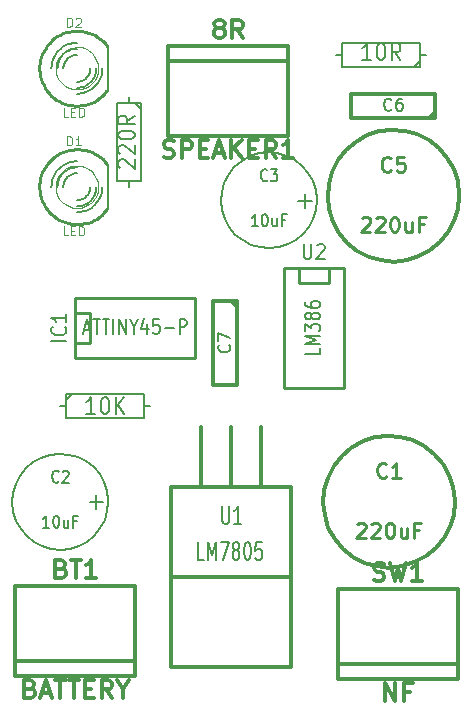
<source format=gto>
G04 (created by PCBNEW-RS274X (2012-apr-16-27)-stable) date Wed 27 Jan 2016 07:56:39 AM BRST*
G01*
G70*
G90*
%MOIN*%
G04 Gerber Fmt 3.4, Leading zero omitted, Abs format*
%FSLAX34Y34*%
G04 APERTURE LIST*
%ADD10C,0.006000*%
%ADD11C,0.008000*%
%ADD12C,0.012000*%
%ADD13C,0.003000*%
%ADD14C,0.010000*%
%ADD15C,0.003500*%
G04 APERTURE END LIST*
G54D10*
G54D11*
X64150Y-31400D02*
X63950Y-31400D01*
X61150Y-31400D02*
X61350Y-31400D01*
X61350Y-31400D02*
X61350Y-31800D01*
X61350Y-31800D02*
X63950Y-31800D01*
X63950Y-31800D02*
X63950Y-31000D01*
X63950Y-31000D02*
X61350Y-31000D01*
X61350Y-31000D02*
X61350Y-31400D01*
X63950Y-31600D02*
X63750Y-31800D01*
G54D12*
X58650Y-43800D02*
X58650Y-45800D01*
X57650Y-43800D02*
X57650Y-45800D01*
X56650Y-43800D02*
X56650Y-45800D01*
X59150Y-45800D02*
X55650Y-45800D01*
X55650Y-45800D02*
X55650Y-51800D01*
X55650Y-51800D02*
X59650Y-51800D01*
X59150Y-45800D02*
X59650Y-45800D01*
X56150Y-48800D02*
X59650Y-48800D01*
X56150Y-48800D02*
X55650Y-48800D01*
X59650Y-45800D02*
X59650Y-51800D01*
G54D11*
X53520Y-36550D02*
X53520Y-35050D01*
G54D13*
X53207Y-35800D02*
X53193Y-35937D01*
X53153Y-36069D01*
X53088Y-36191D01*
X53001Y-36298D01*
X52895Y-36386D01*
X52773Y-36451D01*
X52642Y-36492D01*
X52504Y-36506D01*
X52368Y-36494D01*
X52236Y-36455D01*
X52113Y-36391D01*
X52006Y-36305D01*
X51917Y-36199D01*
X51851Y-36078D01*
X51809Y-35946D01*
X51794Y-35809D01*
X51805Y-35673D01*
X51843Y-35540D01*
X51906Y-35418D01*
X51992Y-35309D01*
X52097Y-35220D01*
X52217Y-35153D01*
X52349Y-35110D01*
X52486Y-35094D01*
X52622Y-35104D01*
X52755Y-35141D01*
X52878Y-35204D01*
X52987Y-35289D01*
X53077Y-35393D01*
X53145Y-35513D01*
X53189Y-35644D01*
X53206Y-35781D01*
X53207Y-35800D01*
G54D14*
X53499Y-35050D02*
X53430Y-34966D01*
X53354Y-34888D01*
X53271Y-34817D01*
X53182Y-34753D01*
X53088Y-34698D01*
X52990Y-34651D01*
X52888Y-34612D01*
X52783Y-34583D01*
X52676Y-34563D01*
X52567Y-34552D01*
X52459Y-34551D01*
X52350Y-34560D01*
X52243Y-34577D01*
X52137Y-34604D01*
X52034Y-34641D01*
X51935Y-34686D01*
X51840Y-34739D01*
X51750Y-34801D01*
X51666Y-34870D01*
X51588Y-34946D01*
X51517Y-35029D01*
X51453Y-35118D01*
X51398Y-35212D01*
X51351Y-35310D01*
X51312Y-35412D01*
X51283Y-35517D01*
X51263Y-35624D01*
X51252Y-35733D01*
X51251Y-35841D01*
X51260Y-35950D01*
X51277Y-36057D01*
X51304Y-36163D01*
X51341Y-36266D01*
X51386Y-36365D01*
X51439Y-36460D01*
X51501Y-36550D01*
X51570Y-36634D01*
X51646Y-36712D01*
X51729Y-36783D01*
X51818Y-36847D01*
X51912Y-36902D01*
X52010Y-36949D01*
X52112Y-36988D01*
X52217Y-37017D01*
X52324Y-37037D01*
X52433Y-37048D01*
X52541Y-37049D01*
X52650Y-37040D01*
X52757Y-37023D01*
X52863Y-36996D01*
X52966Y-36959D01*
X53065Y-36914D01*
X53160Y-36861D01*
X53250Y-36799D01*
X53334Y-36730D01*
X53412Y-36654D01*
X53483Y-36571D01*
X53499Y-36550D01*
G54D10*
X52500Y-35350D02*
X52461Y-35352D01*
X52422Y-35357D01*
X52384Y-35366D01*
X52347Y-35378D01*
X52310Y-35393D01*
X52276Y-35411D01*
X52242Y-35432D01*
X52211Y-35456D01*
X52182Y-35482D01*
X52156Y-35511D01*
X52132Y-35542D01*
X52111Y-35576D01*
X52093Y-35610D01*
X52078Y-35647D01*
X52066Y-35684D01*
X52057Y-35722D01*
X52052Y-35761D01*
X52050Y-35800D01*
X52500Y-36250D02*
X52539Y-36248D01*
X52578Y-36243D01*
X52616Y-36234D01*
X52653Y-36222D01*
X52690Y-36207D01*
X52725Y-36189D01*
X52758Y-36168D01*
X52789Y-36144D01*
X52818Y-36118D01*
X52844Y-36089D01*
X52868Y-36058D01*
X52889Y-36024D01*
X52907Y-35990D01*
X52922Y-35953D01*
X52934Y-35916D01*
X52943Y-35878D01*
X52948Y-35839D01*
X52950Y-35800D01*
X52500Y-35150D02*
X52444Y-35153D01*
X52388Y-35160D01*
X52332Y-35173D01*
X52278Y-35190D01*
X52226Y-35211D01*
X52176Y-35238D01*
X52128Y-35268D01*
X52083Y-35303D01*
X52041Y-35341D01*
X52003Y-35383D01*
X51968Y-35428D01*
X51938Y-35476D01*
X51911Y-35526D01*
X51890Y-35578D01*
X51873Y-35632D01*
X51860Y-35688D01*
X51853Y-35744D01*
X51850Y-35800D01*
X52500Y-36450D02*
X52556Y-36447D01*
X52612Y-36440D01*
X52668Y-36427D01*
X52722Y-36410D01*
X52774Y-36389D01*
X52825Y-36362D01*
X52872Y-36332D01*
X52917Y-36297D01*
X52959Y-36259D01*
X52997Y-36217D01*
X53032Y-36172D01*
X53062Y-36124D01*
X53089Y-36074D01*
X53110Y-36022D01*
X53127Y-35968D01*
X53140Y-35912D01*
X53147Y-35856D01*
X53150Y-35800D01*
X52500Y-34950D02*
X52426Y-34954D01*
X52353Y-34963D01*
X52281Y-34979D01*
X52210Y-35002D01*
X52141Y-35030D01*
X52076Y-35064D01*
X52013Y-35104D01*
X51954Y-35149D01*
X51899Y-35199D01*
X51849Y-35254D01*
X51804Y-35313D01*
X51764Y-35376D01*
X51730Y-35441D01*
X51702Y-35510D01*
X51679Y-35581D01*
X51663Y-35653D01*
X51654Y-35726D01*
X51650Y-35800D01*
X52500Y-36650D02*
X52574Y-36646D01*
X52647Y-36637D01*
X52719Y-36621D01*
X52790Y-36598D01*
X52859Y-36570D01*
X52925Y-36536D01*
X52987Y-36496D01*
X53046Y-36451D01*
X53101Y-36401D01*
X53151Y-36346D01*
X53196Y-36287D01*
X53236Y-36224D01*
X53270Y-36159D01*
X53298Y-36090D01*
X53321Y-36019D01*
X53337Y-35947D01*
X53346Y-35874D01*
X53350Y-35800D01*
G54D11*
X53520Y-32600D02*
X53520Y-31100D01*
G54D13*
X53207Y-31850D02*
X53193Y-31987D01*
X53153Y-32119D01*
X53088Y-32241D01*
X53001Y-32348D01*
X52895Y-32436D01*
X52773Y-32501D01*
X52642Y-32542D01*
X52504Y-32556D01*
X52368Y-32544D01*
X52236Y-32505D01*
X52113Y-32441D01*
X52006Y-32355D01*
X51917Y-32249D01*
X51851Y-32128D01*
X51809Y-31996D01*
X51794Y-31859D01*
X51805Y-31723D01*
X51843Y-31590D01*
X51906Y-31468D01*
X51992Y-31359D01*
X52097Y-31270D01*
X52217Y-31203D01*
X52349Y-31160D01*
X52486Y-31144D01*
X52622Y-31154D01*
X52755Y-31191D01*
X52878Y-31254D01*
X52987Y-31339D01*
X53077Y-31443D01*
X53145Y-31563D01*
X53189Y-31694D01*
X53206Y-31831D01*
X53207Y-31850D01*
G54D14*
X53499Y-31100D02*
X53430Y-31016D01*
X53354Y-30938D01*
X53271Y-30867D01*
X53182Y-30803D01*
X53088Y-30748D01*
X52990Y-30701D01*
X52888Y-30662D01*
X52783Y-30633D01*
X52676Y-30613D01*
X52567Y-30602D01*
X52459Y-30601D01*
X52350Y-30610D01*
X52243Y-30627D01*
X52137Y-30654D01*
X52034Y-30691D01*
X51935Y-30736D01*
X51840Y-30789D01*
X51750Y-30851D01*
X51666Y-30920D01*
X51588Y-30996D01*
X51517Y-31079D01*
X51453Y-31168D01*
X51398Y-31262D01*
X51351Y-31360D01*
X51312Y-31462D01*
X51283Y-31567D01*
X51263Y-31674D01*
X51252Y-31783D01*
X51251Y-31891D01*
X51260Y-32000D01*
X51277Y-32107D01*
X51304Y-32213D01*
X51341Y-32316D01*
X51386Y-32415D01*
X51439Y-32510D01*
X51501Y-32600D01*
X51570Y-32684D01*
X51646Y-32762D01*
X51729Y-32833D01*
X51818Y-32897D01*
X51912Y-32952D01*
X52010Y-32999D01*
X52112Y-33038D01*
X52217Y-33067D01*
X52324Y-33087D01*
X52433Y-33098D01*
X52541Y-33099D01*
X52650Y-33090D01*
X52757Y-33073D01*
X52863Y-33046D01*
X52966Y-33009D01*
X53065Y-32964D01*
X53160Y-32911D01*
X53250Y-32849D01*
X53334Y-32780D01*
X53412Y-32704D01*
X53483Y-32621D01*
X53499Y-32600D01*
G54D10*
X52500Y-31400D02*
X52461Y-31402D01*
X52422Y-31407D01*
X52384Y-31416D01*
X52347Y-31428D01*
X52310Y-31443D01*
X52276Y-31461D01*
X52242Y-31482D01*
X52211Y-31506D01*
X52182Y-31532D01*
X52156Y-31561D01*
X52132Y-31592D01*
X52111Y-31626D01*
X52093Y-31660D01*
X52078Y-31697D01*
X52066Y-31734D01*
X52057Y-31772D01*
X52052Y-31811D01*
X52050Y-31850D01*
X52500Y-32300D02*
X52539Y-32298D01*
X52578Y-32293D01*
X52616Y-32284D01*
X52653Y-32272D01*
X52690Y-32257D01*
X52725Y-32239D01*
X52758Y-32218D01*
X52789Y-32194D01*
X52818Y-32168D01*
X52844Y-32139D01*
X52868Y-32108D01*
X52889Y-32074D01*
X52907Y-32040D01*
X52922Y-32003D01*
X52934Y-31966D01*
X52943Y-31928D01*
X52948Y-31889D01*
X52950Y-31850D01*
X52500Y-31200D02*
X52444Y-31203D01*
X52388Y-31210D01*
X52332Y-31223D01*
X52278Y-31240D01*
X52226Y-31261D01*
X52176Y-31288D01*
X52128Y-31318D01*
X52083Y-31353D01*
X52041Y-31391D01*
X52003Y-31433D01*
X51968Y-31478D01*
X51938Y-31526D01*
X51911Y-31576D01*
X51890Y-31628D01*
X51873Y-31682D01*
X51860Y-31738D01*
X51853Y-31794D01*
X51850Y-31850D01*
X52500Y-32500D02*
X52556Y-32497D01*
X52612Y-32490D01*
X52668Y-32477D01*
X52722Y-32460D01*
X52774Y-32439D01*
X52825Y-32412D01*
X52872Y-32382D01*
X52917Y-32347D01*
X52959Y-32309D01*
X52997Y-32267D01*
X53032Y-32222D01*
X53062Y-32174D01*
X53089Y-32124D01*
X53110Y-32072D01*
X53127Y-32018D01*
X53140Y-31962D01*
X53147Y-31906D01*
X53150Y-31850D01*
X52500Y-31000D02*
X52426Y-31004D01*
X52353Y-31013D01*
X52281Y-31029D01*
X52210Y-31052D01*
X52141Y-31080D01*
X52076Y-31114D01*
X52013Y-31154D01*
X51954Y-31199D01*
X51899Y-31249D01*
X51849Y-31304D01*
X51804Y-31363D01*
X51764Y-31426D01*
X51730Y-31491D01*
X51702Y-31560D01*
X51679Y-31631D01*
X51663Y-31703D01*
X51654Y-31776D01*
X51650Y-31850D01*
X52500Y-32700D02*
X52574Y-32696D01*
X52647Y-32687D01*
X52719Y-32671D01*
X52790Y-32648D01*
X52859Y-32620D01*
X52925Y-32586D01*
X52987Y-32546D01*
X53046Y-32501D01*
X53101Y-32451D01*
X53151Y-32396D01*
X53196Y-32337D01*
X53236Y-32274D01*
X53270Y-32209D01*
X53298Y-32140D01*
X53321Y-32069D01*
X53337Y-31997D01*
X53346Y-31924D01*
X53350Y-31850D01*
G54D14*
X52450Y-40000D02*
X52950Y-40000D01*
X52950Y-40000D02*
X52950Y-41000D01*
X52950Y-41000D02*
X52450Y-41000D01*
X52450Y-39500D02*
X56450Y-39500D01*
X56450Y-39500D02*
X56450Y-41500D01*
X56450Y-41500D02*
X52450Y-41500D01*
X52450Y-41500D02*
X52450Y-39500D01*
X60900Y-38500D02*
X60900Y-39000D01*
X60900Y-39000D02*
X59900Y-39000D01*
X59900Y-39000D02*
X59900Y-38500D01*
X61400Y-38500D02*
X61400Y-42500D01*
X61400Y-42500D02*
X59400Y-42500D01*
X59400Y-42500D02*
X59400Y-38500D01*
X59400Y-38500D02*
X61400Y-38500D01*
G54D12*
X65095Y-46300D02*
X65053Y-46726D01*
X64929Y-47136D01*
X64728Y-47514D01*
X64457Y-47846D01*
X64127Y-48119D01*
X63750Y-48323D01*
X63341Y-48450D01*
X62915Y-48494D01*
X62489Y-48456D01*
X62078Y-48335D01*
X61699Y-48136D01*
X61365Y-47868D01*
X61089Y-47540D01*
X60883Y-47164D01*
X60753Y-46756D01*
X60706Y-46330D01*
X60742Y-45904D01*
X60860Y-45492D01*
X61055Y-45111D01*
X61322Y-44776D01*
X61648Y-44498D01*
X62022Y-44289D01*
X62429Y-44157D01*
X62855Y-44106D01*
X63281Y-44139D01*
X63693Y-44254D01*
X64076Y-44447D01*
X64413Y-44711D01*
X64693Y-45035D01*
X64905Y-45408D01*
X65040Y-45814D01*
X65094Y-46239D01*
X65095Y-46300D01*
X65245Y-36100D02*
X65203Y-36526D01*
X65079Y-36936D01*
X64878Y-37314D01*
X64607Y-37646D01*
X64277Y-37919D01*
X63900Y-38123D01*
X63491Y-38250D01*
X63065Y-38294D01*
X62639Y-38256D01*
X62228Y-38135D01*
X61849Y-37936D01*
X61515Y-37668D01*
X61239Y-37340D01*
X61033Y-36964D01*
X60903Y-36556D01*
X60856Y-36130D01*
X60892Y-35704D01*
X61010Y-35292D01*
X61205Y-34911D01*
X61472Y-34576D01*
X61798Y-34298D01*
X62172Y-34089D01*
X62579Y-33957D01*
X63005Y-33906D01*
X63431Y-33939D01*
X63843Y-34054D01*
X64226Y-34247D01*
X64563Y-34511D01*
X64843Y-34835D01*
X65055Y-35208D01*
X65190Y-35614D01*
X65244Y-36039D01*
X65245Y-36100D01*
X64450Y-33500D02*
X61650Y-33500D01*
X61650Y-33500D02*
X61650Y-32700D01*
X61650Y-32700D02*
X64450Y-32700D01*
X64450Y-32700D02*
X64450Y-33500D01*
X64450Y-33300D02*
X64250Y-33500D01*
X57850Y-39600D02*
X57850Y-42400D01*
X57850Y-42400D02*
X57050Y-42400D01*
X57050Y-42400D02*
X57050Y-39600D01*
X57050Y-39600D02*
X57850Y-39600D01*
X57650Y-39600D02*
X57850Y-39800D01*
G54D11*
X53550Y-46300D02*
X53519Y-46610D01*
X53429Y-46909D01*
X53282Y-47185D01*
X53085Y-47427D01*
X52844Y-47626D01*
X52570Y-47774D01*
X52271Y-47867D01*
X51961Y-47899D01*
X51651Y-47871D01*
X51351Y-47783D01*
X51074Y-47638D01*
X50831Y-47443D01*
X50630Y-47203D01*
X50480Y-46930D01*
X50385Y-46632D01*
X50351Y-46322D01*
X50377Y-46012D01*
X50463Y-45712D01*
X50606Y-45434D01*
X50800Y-45189D01*
X51037Y-44987D01*
X51310Y-44834D01*
X51607Y-44738D01*
X51917Y-44701D01*
X52227Y-44725D01*
X52528Y-44809D01*
X52807Y-44950D01*
X53053Y-45142D01*
X53257Y-45378D01*
X53411Y-45650D01*
X53510Y-45946D01*
X53549Y-46256D01*
X53550Y-46300D01*
X60500Y-36250D02*
X60469Y-36560D01*
X60379Y-36859D01*
X60232Y-37135D01*
X60035Y-37377D01*
X59794Y-37576D01*
X59520Y-37724D01*
X59221Y-37817D01*
X58911Y-37849D01*
X58601Y-37821D01*
X58301Y-37733D01*
X58024Y-37588D01*
X57781Y-37393D01*
X57580Y-37153D01*
X57430Y-36880D01*
X57335Y-36582D01*
X57301Y-36272D01*
X57327Y-35962D01*
X57413Y-35662D01*
X57556Y-35384D01*
X57750Y-35139D01*
X57987Y-34937D01*
X58260Y-34784D01*
X58557Y-34688D01*
X58867Y-34651D01*
X59177Y-34675D01*
X59478Y-34759D01*
X59757Y-34900D01*
X60003Y-35092D01*
X60207Y-35328D01*
X60361Y-35600D01*
X60460Y-35896D01*
X60499Y-36206D01*
X60500Y-36250D01*
G54D12*
X54450Y-51600D02*
X50450Y-51600D01*
X54450Y-52100D02*
X54450Y-49100D01*
X54450Y-49100D02*
X50450Y-49100D01*
X50450Y-49100D02*
X50450Y-52100D01*
X50450Y-52100D02*
X54450Y-52100D01*
X55550Y-31600D02*
X59550Y-31600D01*
X55550Y-31100D02*
X55550Y-34100D01*
X55550Y-34100D02*
X59550Y-34100D01*
X59550Y-34100D02*
X59550Y-31100D01*
X59550Y-31100D02*
X55550Y-31100D01*
X65200Y-51700D02*
X61200Y-51700D01*
X65200Y-52200D02*
X65200Y-49200D01*
X65200Y-49200D02*
X61200Y-49200D01*
X61200Y-49200D02*
X61200Y-52200D01*
X61200Y-52200D02*
X65200Y-52200D01*
G54D11*
X54250Y-32800D02*
X54250Y-33000D01*
X54250Y-35800D02*
X54250Y-35600D01*
X54250Y-35600D02*
X54650Y-35600D01*
X54650Y-35600D02*
X54650Y-33000D01*
X54650Y-33000D02*
X53850Y-33000D01*
X53850Y-33000D02*
X53850Y-35600D01*
X53850Y-35600D02*
X54250Y-35600D01*
X54450Y-33000D02*
X54650Y-33200D01*
X51950Y-43100D02*
X52150Y-43100D01*
X54950Y-43100D02*
X54750Y-43100D01*
X54750Y-43100D02*
X54750Y-42700D01*
X54750Y-42700D02*
X52150Y-42700D01*
X52150Y-42700D02*
X52150Y-43500D01*
X52150Y-43500D02*
X54750Y-43500D01*
X54750Y-43500D02*
X54750Y-43100D01*
X52150Y-42900D02*
X52350Y-42700D01*
X62305Y-31573D02*
X62019Y-31573D01*
X62162Y-31573D02*
X62162Y-31023D01*
X62114Y-31101D01*
X62067Y-31154D01*
X62019Y-31180D01*
X62614Y-31023D02*
X62662Y-31023D01*
X62710Y-31049D01*
X62733Y-31075D01*
X62757Y-31127D01*
X62781Y-31232D01*
X62781Y-31363D01*
X62757Y-31468D01*
X62733Y-31520D01*
X62710Y-31546D01*
X62662Y-31573D01*
X62614Y-31573D01*
X62567Y-31546D01*
X62543Y-31520D01*
X62519Y-31468D01*
X62495Y-31363D01*
X62495Y-31232D01*
X62519Y-31127D01*
X62543Y-31075D01*
X62567Y-31049D01*
X62614Y-31023D01*
X63281Y-31573D02*
X63114Y-31311D01*
X62995Y-31573D02*
X62995Y-31023D01*
X63186Y-31023D01*
X63233Y-31049D01*
X63257Y-31075D01*
X63281Y-31127D01*
X63281Y-31206D01*
X63257Y-31258D01*
X63233Y-31285D01*
X63186Y-31311D01*
X62995Y-31311D01*
X57345Y-46443D02*
X57345Y-46929D01*
X57364Y-46986D01*
X57383Y-47014D01*
X57421Y-47043D01*
X57498Y-47043D01*
X57536Y-47014D01*
X57555Y-46986D01*
X57574Y-46929D01*
X57574Y-46443D01*
X57974Y-47043D02*
X57745Y-47043D01*
X57859Y-47043D02*
X57859Y-46443D01*
X57821Y-46529D01*
X57783Y-46586D01*
X57745Y-46614D01*
X56734Y-48243D02*
X56543Y-48243D01*
X56543Y-47643D01*
X56867Y-48243D02*
X56867Y-47643D01*
X57001Y-48071D01*
X57134Y-47643D01*
X57134Y-48243D01*
X57286Y-47643D02*
X57553Y-47643D01*
X57381Y-48243D01*
X57762Y-47900D02*
X57724Y-47871D01*
X57705Y-47843D01*
X57686Y-47786D01*
X57686Y-47757D01*
X57705Y-47700D01*
X57724Y-47671D01*
X57762Y-47643D01*
X57839Y-47643D01*
X57877Y-47671D01*
X57896Y-47700D01*
X57915Y-47757D01*
X57915Y-47786D01*
X57896Y-47843D01*
X57877Y-47871D01*
X57839Y-47900D01*
X57762Y-47900D01*
X57724Y-47929D01*
X57705Y-47957D01*
X57686Y-48014D01*
X57686Y-48129D01*
X57705Y-48186D01*
X57724Y-48214D01*
X57762Y-48243D01*
X57839Y-48243D01*
X57877Y-48214D01*
X57896Y-48186D01*
X57915Y-48129D01*
X57915Y-48014D01*
X57896Y-47957D01*
X57877Y-47929D01*
X57839Y-47900D01*
X58162Y-47643D02*
X58201Y-47643D01*
X58239Y-47671D01*
X58258Y-47700D01*
X58277Y-47757D01*
X58296Y-47871D01*
X58296Y-48014D01*
X58277Y-48129D01*
X58258Y-48186D01*
X58239Y-48214D01*
X58201Y-48243D01*
X58162Y-48243D01*
X58124Y-48214D01*
X58105Y-48186D01*
X58086Y-48129D01*
X58067Y-48014D01*
X58067Y-47871D01*
X58086Y-47757D01*
X58105Y-47700D01*
X58124Y-47671D01*
X58162Y-47643D01*
X58658Y-47643D02*
X58467Y-47643D01*
X58448Y-47929D01*
X58467Y-47900D01*
X58505Y-47871D01*
X58601Y-47871D01*
X58639Y-47900D01*
X58658Y-47929D01*
X58677Y-47986D01*
X58677Y-48129D01*
X58658Y-48186D01*
X58639Y-48214D01*
X58601Y-48243D01*
X58505Y-48243D01*
X58467Y-48214D01*
X58448Y-48186D01*
G54D15*
X52178Y-34421D02*
X52178Y-34121D01*
X52250Y-34121D01*
X52293Y-34136D01*
X52321Y-34164D01*
X52336Y-34193D01*
X52350Y-34250D01*
X52350Y-34293D01*
X52336Y-34350D01*
X52321Y-34379D01*
X52293Y-34407D01*
X52250Y-34421D01*
X52178Y-34421D01*
X52636Y-34421D02*
X52464Y-34421D01*
X52550Y-34421D02*
X52550Y-34121D01*
X52521Y-34164D01*
X52493Y-34193D01*
X52464Y-34207D01*
X52207Y-37421D02*
X52064Y-37421D01*
X52064Y-37121D01*
X52307Y-37264D02*
X52407Y-37264D01*
X52450Y-37421D02*
X52307Y-37421D01*
X52307Y-37121D01*
X52450Y-37121D01*
X52578Y-37421D02*
X52578Y-37121D01*
X52650Y-37121D01*
X52693Y-37136D01*
X52721Y-37164D01*
X52736Y-37193D01*
X52750Y-37250D01*
X52750Y-37293D01*
X52736Y-37350D01*
X52721Y-37379D01*
X52693Y-37407D01*
X52650Y-37421D01*
X52578Y-37421D01*
X52178Y-30471D02*
X52178Y-30171D01*
X52250Y-30171D01*
X52293Y-30186D01*
X52321Y-30214D01*
X52336Y-30243D01*
X52350Y-30300D01*
X52350Y-30343D01*
X52336Y-30400D01*
X52321Y-30429D01*
X52293Y-30457D01*
X52250Y-30471D01*
X52178Y-30471D01*
X52464Y-30200D02*
X52478Y-30186D01*
X52507Y-30171D01*
X52578Y-30171D01*
X52607Y-30186D01*
X52621Y-30200D01*
X52636Y-30229D01*
X52636Y-30257D01*
X52621Y-30300D01*
X52450Y-30471D01*
X52636Y-30471D01*
X52207Y-33471D02*
X52064Y-33471D01*
X52064Y-33171D01*
X52307Y-33314D02*
X52407Y-33314D01*
X52450Y-33471D02*
X52307Y-33471D01*
X52307Y-33171D01*
X52450Y-33171D01*
X52578Y-33471D02*
X52578Y-33171D01*
X52650Y-33171D01*
X52693Y-33186D01*
X52721Y-33214D01*
X52736Y-33243D01*
X52750Y-33300D01*
X52750Y-33343D01*
X52736Y-33400D01*
X52721Y-33429D01*
X52693Y-33457D01*
X52650Y-33471D01*
X52578Y-33471D01*
G54D11*
X52152Y-40939D02*
X51652Y-40939D01*
X52105Y-40468D02*
X52129Y-40489D01*
X52152Y-40553D01*
X52152Y-40596D01*
X52129Y-40661D01*
X52081Y-40703D01*
X52033Y-40725D01*
X51938Y-40746D01*
X51867Y-40746D01*
X51771Y-40725D01*
X51724Y-40703D01*
X51676Y-40661D01*
X51652Y-40596D01*
X51652Y-40553D01*
X51676Y-40489D01*
X51700Y-40468D01*
X52152Y-40039D02*
X52152Y-40296D01*
X52152Y-40168D02*
X51652Y-40168D01*
X51724Y-40211D01*
X51771Y-40253D01*
X51795Y-40296D01*
X52745Y-40560D02*
X52936Y-40560D01*
X52707Y-40702D02*
X52840Y-40202D01*
X52974Y-40702D01*
X53050Y-40202D02*
X53279Y-40202D01*
X53164Y-40702D02*
X53164Y-40202D01*
X53355Y-40202D02*
X53584Y-40202D01*
X53469Y-40702D02*
X53469Y-40202D01*
X53717Y-40702D02*
X53717Y-40202D01*
X53907Y-40702D02*
X53907Y-40202D01*
X54136Y-40702D01*
X54136Y-40202D01*
X54402Y-40464D02*
X54402Y-40702D01*
X54269Y-40202D02*
X54402Y-40464D01*
X54536Y-40202D01*
X54841Y-40369D02*
X54841Y-40702D01*
X54745Y-40179D02*
X54650Y-40536D01*
X54898Y-40536D01*
X55241Y-40202D02*
X55050Y-40202D01*
X55031Y-40440D01*
X55050Y-40417D01*
X55088Y-40393D01*
X55184Y-40393D01*
X55222Y-40417D01*
X55241Y-40440D01*
X55260Y-40488D01*
X55260Y-40607D01*
X55241Y-40655D01*
X55222Y-40679D01*
X55184Y-40702D01*
X55088Y-40702D01*
X55050Y-40679D01*
X55031Y-40655D01*
X55431Y-40512D02*
X55736Y-40512D01*
X55926Y-40702D02*
X55926Y-40202D01*
X56079Y-40202D01*
X56117Y-40226D01*
X56136Y-40250D01*
X56155Y-40298D01*
X56155Y-40369D01*
X56136Y-40417D01*
X56117Y-40440D01*
X56079Y-40464D01*
X55926Y-40464D01*
X60057Y-37702D02*
X60057Y-38107D01*
X60079Y-38155D01*
X60100Y-38179D01*
X60143Y-38202D01*
X60229Y-38202D01*
X60271Y-38179D01*
X60293Y-38155D01*
X60314Y-38107D01*
X60314Y-37702D01*
X60507Y-37750D02*
X60528Y-37726D01*
X60571Y-37702D01*
X60678Y-37702D01*
X60721Y-37726D01*
X60742Y-37750D01*
X60764Y-37798D01*
X60764Y-37845D01*
X60742Y-37917D01*
X60485Y-38202D01*
X60764Y-38202D01*
X60602Y-41176D02*
X60602Y-41367D01*
X60102Y-41367D01*
X60602Y-41043D02*
X60102Y-41043D01*
X60460Y-40909D01*
X60102Y-40776D01*
X60602Y-40776D01*
X60102Y-40624D02*
X60102Y-40376D01*
X60293Y-40510D01*
X60293Y-40452D01*
X60317Y-40414D01*
X60340Y-40395D01*
X60388Y-40376D01*
X60507Y-40376D01*
X60555Y-40395D01*
X60579Y-40414D01*
X60602Y-40452D01*
X60602Y-40567D01*
X60579Y-40605D01*
X60555Y-40624D01*
X60317Y-40148D02*
X60293Y-40186D01*
X60269Y-40205D01*
X60221Y-40224D01*
X60198Y-40224D01*
X60150Y-40205D01*
X60126Y-40186D01*
X60102Y-40148D01*
X60102Y-40071D01*
X60126Y-40033D01*
X60150Y-40014D01*
X60198Y-39995D01*
X60221Y-39995D01*
X60269Y-40014D01*
X60293Y-40033D01*
X60317Y-40071D01*
X60317Y-40148D01*
X60340Y-40186D01*
X60364Y-40205D01*
X60412Y-40224D01*
X60507Y-40224D01*
X60555Y-40205D01*
X60579Y-40186D01*
X60602Y-40148D01*
X60602Y-40071D01*
X60579Y-40033D01*
X60555Y-40014D01*
X60507Y-39995D01*
X60412Y-39995D01*
X60364Y-40014D01*
X60340Y-40033D01*
X60317Y-40071D01*
X60102Y-39652D02*
X60102Y-39729D01*
X60126Y-39767D01*
X60150Y-39786D01*
X60221Y-39824D01*
X60317Y-39843D01*
X60507Y-39843D01*
X60555Y-39824D01*
X60579Y-39805D01*
X60602Y-39767D01*
X60602Y-39690D01*
X60579Y-39652D01*
X60555Y-39633D01*
X60507Y-39614D01*
X60388Y-39614D01*
X60340Y-39633D01*
X60317Y-39652D01*
X60293Y-39690D01*
X60293Y-39767D01*
X60317Y-39805D01*
X60340Y-39824D01*
X60388Y-39843D01*
G54D14*
X62817Y-45455D02*
X62793Y-45479D01*
X62722Y-45502D01*
X62674Y-45502D01*
X62602Y-45479D01*
X62555Y-45431D01*
X62531Y-45383D01*
X62507Y-45288D01*
X62507Y-45217D01*
X62531Y-45121D01*
X62555Y-45074D01*
X62602Y-45026D01*
X62674Y-45002D01*
X62722Y-45002D01*
X62793Y-45026D01*
X62817Y-45050D01*
X63293Y-45502D02*
X63007Y-45502D01*
X63150Y-45502D02*
X63150Y-45002D01*
X63102Y-45074D01*
X63055Y-45121D01*
X63007Y-45145D01*
X61841Y-47050D02*
X61865Y-47026D01*
X61913Y-47002D01*
X62032Y-47002D01*
X62079Y-47026D01*
X62103Y-47050D01*
X62127Y-47098D01*
X62127Y-47145D01*
X62103Y-47217D01*
X61817Y-47502D01*
X62127Y-47502D01*
X62317Y-47050D02*
X62341Y-47026D01*
X62389Y-47002D01*
X62508Y-47002D01*
X62555Y-47026D01*
X62579Y-47050D01*
X62603Y-47098D01*
X62603Y-47145D01*
X62579Y-47217D01*
X62293Y-47502D01*
X62603Y-47502D01*
X62912Y-47002D02*
X62960Y-47002D01*
X63008Y-47026D01*
X63031Y-47050D01*
X63055Y-47098D01*
X63079Y-47193D01*
X63079Y-47312D01*
X63055Y-47407D01*
X63031Y-47455D01*
X63008Y-47479D01*
X62960Y-47502D01*
X62912Y-47502D01*
X62865Y-47479D01*
X62841Y-47455D01*
X62817Y-47407D01*
X62793Y-47312D01*
X62793Y-47193D01*
X62817Y-47098D01*
X62841Y-47050D01*
X62865Y-47026D01*
X62912Y-47002D01*
X63507Y-47169D02*
X63507Y-47502D01*
X63293Y-47169D02*
X63293Y-47431D01*
X63317Y-47479D01*
X63364Y-47502D01*
X63436Y-47502D01*
X63484Y-47479D01*
X63507Y-47455D01*
X63912Y-47240D02*
X63745Y-47240D01*
X63745Y-47502D02*
X63745Y-47002D01*
X63983Y-47002D01*
X62967Y-35255D02*
X62943Y-35279D01*
X62872Y-35302D01*
X62824Y-35302D01*
X62752Y-35279D01*
X62705Y-35231D01*
X62681Y-35183D01*
X62657Y-35088D01*
X62657Y-35017D01*
X62681Y-34921D01*
X62705Y-34874D01*
X62752Y-34826D01*
X62824Y-34802D01*
X62872Y-34802D01*
X62943Y-34826D01*
X62967Y-34850D01*
X63419Y-34802D02*
X63181Y-34802D01*
X63157Y-35040D01*
X63181Y-35017D01*
X63229Y-34993D01*
X63348Y-34993D01*
X63395Y-35017D01*
X63419Y-35040D01*
X63443Y-35088D01*
X63443Y-35207D01*
X63419Y-35255D01*
X63395Y-35279D01*
X63348Y-35302D01*
X63229Y-35302D01*
X63181Y-35279D01*
X63157Y-35255D01*
X61991Y-36850D02*
X62015Y-36826D01*
X62063Y-36802D01*
X62182Y-36802D01*
X62229Y-36826D01*
X62253Y-36850D01*
X62277Y-36898D01*
X62277Y-36945D01*
X62253Y-37017D01*
X61967Y-37302D01*
X62277Y-37302D01*
X62467Y-36850D02*
X62491Y-36826D01*
X62539Y-36802D01*
X62658Y-36802D01*
X62705Y-36826D01*
X62729Y-36850D01*
X62753Y-36898D01*
X62753Y-36945D01*
X62729Y-37017D01*
X62443Y-37302D01*
X62753Y-37302D01*
X63062Y-36802D02*
X63110Y-36802D01*
X63158Y-36826D01*
X63181Y-36850D01*
X63205Y-36898D01*
X63229Y-36993D01*
X63229Y-37112D01*
X63205Y-37207D01*
X63181Y-37255D01*
X63158Y-37279D01*
X63110Y-37302D01*
X63062Y-37302D01*
X63015Y-37279D01*
X62991Y-37255D01*
X62967Y-37207D01*
X62943Y-37112D01*
X62943Y-36993D01*
X62967Y-36898D01*
X62991Y-36850D01*
X63015Y-36826D01*
X63062Y-36802D01*
X63657Y-36969D02*
X63657Y-37302D01*
X63443Y-36969D02*
X63443Y-37231D01*
X63467Y-37279D01*
X63514Y-37302D01*
X63586Y-37302D01*
X63634Y-37279D01*
X63657Y-37255D01*
X64062Y-37040D02*
X63895Y-37040D01*
X63895Y-37302D02*
X63895Y-36802D01*
X64133Y-36802D01*
G54D11*
X62984Y-33224D02*
X62965Y-33243D01*
X62908Y-33262D01*
X62870Y-33262D01*
X62812Y-33243D01*
X62774Y-33205D01*
X62755Y-33167D01*
X62736Y-33090D01*
X62736Y-33033D01*
X62755Y-32957D01*
X62774Y-32919D01*
X62812Y-32881D01*
X62870Y-32862D01*
X62908Y-32862D01*
X62965Y-32881D01*
X62984Y-32900D01*
X63327Y-32862D02*
X63250Y-32862D01*
X63212Y-32881D01*
X63193Y-32900D01*
X63155Y-32957D01*
X63136Y-33033D01*
X63136Y-33186D01*
X63155Y-33224D01*
X63174Y-33243D01*
X63212Y-33262D01*
X63289Y-33262D01*
X63327Y-33243D01*
X63346Y-33224D01*
X63365Y-33186D01*
X63365Y-33090D01*
X63346Y-33052D01*
X63327Y-33033D01*
X63289Y-33014D01*
X63212Y-33014D01*
X63174Y-33033D01*
X63155Y-33052D01*
X63136Y-33090D01*
X57574Y-41066D02*
X57593Y-41085D01*
X57612Y-41142D01*
X57612Y-41180D01*
X57593Y-41238D01*
X57555Y-41276D01*
X57517Y-41295D01*
X57440Y-41314D01*
X57383Y-41314D01*
X57307Y-41295D01*
X57269Y-41276D01*
X57231Y-41238D01*
X57212Y-41180D01*
X57212Y-41142D01*
X57231Y-41085D01*
X57250Y-41066D01*
X57212Y-40933D02*
X57212Y-40666D01*
X57612Y-40838D01*
X51892Y-45624D02*
X51876Y-45643D01*
X51826Y-45662D01*
X51792Y-45662D01*
X51742Y-45643D01*
X51709Y-45605D01*
X51692Y-45567D01*
X51676Y-45490D01*
X51676Y-45433D01*
X51692Y-45357D01*
X51709Y-45319D01*
X51742Y-45281D01*
X51792Y-45262D01*
X51826Y-45262D01*
X51876Y-45281D01*
X51892Y-45300D01*
X52026Y-45300D02*
X52042Y-45281D01*
X52076Y-45262D01*
X52159Y-45262D01*
X52192Y-45281D01*
X52209Y-45300D01*
X52226Y-45338D01*
X52226Y-45376D01*
X52209Y-45433D01*
X52009Y-45662D01*
X52226Y-45662D01*
X51576Y-47161D02*
X51376Y-47161D01*
X51476Y-47161D02*
X51476Y-46761D01*
X51442Y-46818D01*
X51409Y-46856D01*
X51376Y-46875D01*
X51792Y-46761D02*
X51825Y-46761D01*
X51859Y-46780D01*
X51875Y-46799D01*
X51892Y-46837D01*
X51909Y-46913D01*
X51909Y-47009D01*
X51892Y-47085D01*
X51875Y-47123D01*
X51859Y-47142D01*
X51825Y-47161D01*
X51792Y-47161D01*
X51759Y-47142D01*
X51742Y-47123D01*
X51725Y-47085D01*
X51709Y-47009D01*
X51709Y-46913D01*
X51725Y-46837D01*
X51742Y-46799D01*
X51759Y-46780D01*
X51792Y-46761D01*
X52208Y-46894D02*
X52208Y-47161D01*
X52058Y-46894D02*
X52058Y-47104D01*
X52075Y-47142D01*
X52108Y-47161D01*
X52158Y-47161D01*
X52192Y-47142D01*
X52208Y-47123D01*
X52492Y-46951D02*
X52375Y-46951D01*
X52375Y-47161D02*
X52375Y-46761D01*
X52542Y-46761D01*
X52921Y-46314D02*
X53378Y-46314D01*
X53149Y-46543D02*
X53149Y-46086D01*
X58842Y-35574D02*
X58826Y-35593D01*
X58776Y-35612D01*
X58742Y-35612D01*
X58692Y-35593D01*
X58659Y-35555D01*
X58642Y-35517D01*
X58626Y-35440D01*
X58626Y-35383D01*
X58642Y-35307D01*
X58659Y-35269D01*
X58692Y-35231D01*
X58742Y-35212D01*
X58776Y-35212D01*
X58826Y-35231D01*
X58842Y-35250D01*
X58959Y-35212D02*
X59176Y-35212D01*
X59059Y-35364D01*
X59109Y-35364D01*
X59142Y-35383D01*
X59159Y-35402D01*
X59176Y-35440D01*
X59176Y-35536D01*
X59159Y-35574D01*
X59142Y-35593D01*
X59109Y-35612D01*
X59009Y-35612D01*
X58976Y-35593D01*
X58959Y-35574D01*
X58526Y-37111D02*
X58326Y-37111D01*
X58426Y-37111D02*
X58426Y-36711D01*
X58392Y-36768D01*
X58359Y-36806D01*
X58326Y-36825D01*
X58742Y-36711D02*
X58775Y-36711D01*
X58809Y-36730D01*
X58825Y-36749D01*
X58842Y-36787D01*
X58859Y-36863D01*
X58859Y-36959D01*
X58842Y-37035D01*
X58825Y-37073D01*
X58809Y-37092D01*
X58775Y-37111D01*
X58742Y-37111D01*
X58709Y-37092D01*
X58692Y-37073D01*
X58675Y-37035D01*
X58659Y-36959D01*
X58659Y-36863D01*
X58675Y-36787D01*
X58692Y-36749D01*
X58709Y-36730D01*
X58742Y-36711D01*
X59158Y-36844D02*
X59158Y-37111D01*
X59008Y-36844D02*
X59008Y-37054D01*
X59025Y-37092D01*
X59058Y-37111D01*
X59108Y-37111D01*
X59142Y-37092D01*
X59158Y-37073D01*
X59442Y-36901D02*
X59325Y-36901D01*
X59325Y-37111D02*
X59325Y-36711D01*
X59492Y-36711D01*
X59871Y-36264D02*
X60328Y-36264D01*
X60099Y-36493D02*
X60099Y-36036D01*
G54D12*
X51979Y-48529D02*
X52065Y-48557D01*
X52093Y-48586D01*
X52122Y-48643D01*
X52122Y-48729D01*
X52093Y-48786D01*
X52065Y-48814D01*
X52007Y-48843D01*
X51779Y-48843D01*
X51779Y-48243D01*
X51979Y-48243D01*
X52036Y-48271D01*
X52065Y-48300D01*
X52093Y-48357D01*
X52093Y-48414D01*
X52065Y-48471D01*
X52036Y-48500D01*
X51979Y-48529D01*
X51779Y-48529D01*
X52293Y-48243D02*
X52636Y-48243D01*
X52465Y-48843D02*
X52465Y-48243D01*
X53150Y-48843D02*
X52807Y-48843D01*
X52979Y-48843D02*
X52979Y-48243D01*
X52922Y-48329D01*
X52864Y-48386D01*
X52807Y-48414D01*
X50951Y-52529D02*
X51037Y-52557D01*
X51065Y-52586D01*
X51094Y-52643D01*
X51094Y-52729D01*
X51065Y-52786D01*
X51037Y-52814D01*
X50979Y-52843D01*
X50751Y-52843D01*
X50751Y-52243D01*
X50951Y-52243D01*
X51008Y-52271D01*
X51037Y-52300D01*
X51065Y-52357D01*
X51065Y-52414D01*
X51037Y-52471D01*
X51008Y-52500D01*
X50951Y-52529D01*
X50751Y-52529D01*
X51322Y-52671D02*
X51608Y-52671D01*
X51265Y-52843D02*
X51465Y-52243D01*
X51665Y-52843D01*
X51779Y-52243D02*
X52122Y-52243D01*
X51951Y-52843D02*
X51951Y-52243D01*
X52236Y-52243D02*
X52579Y-52243D01*
X52408Y-52843D02*
X52408Y-52243D01*
X52779Y-52529D02*
X52979Y-52529D01*
X53065Y-52843D02*
X52779Y-52843D01*
X52779Y-52243D01*
X53065Y-52243D01*
X53665Y-52843D02*
X53465Y-52557D01*
X53322Y-52843D02*
X53322Y-52243D01*
X53550Y-52243D01*
X53608Y-52271D01*
X53636Y-52300D01*
X53665Y-52357D01*
X53665Y-52443D01*
X53636Y-52500D01*
X53608Y-52529D01*
X53550Y-52557D01*
X53322Y-52557D01*
X54036Y-52557D02*
X54036Y-52843D01*
X53836Y-52243D02*
X54036Y-52557D01*
X54236Y-52243D01*
X55393Y-34814D02*
X55479Y-34843D01*
X55622Y-34843D01*
X55679Y-34814D01*
X55708Y-34786D01*
X55736Y-34729D01*
X55736Y-34671D01*
X55708Y-34614D01*
X55679Y-34586D01*
X55622Y-34557D01*
X55508Y-34529D01*
X55450Y-34500D01*
X55422Y-34471D01*
X55393Y-34414D01*
X55393Y-34357D01*
X55422Y-34300D01*
X55450Y-34271D01*
X55508Y-34243D01*
X55650Y-34243D01*
X55736Y-34271D01*
X55993Y-34843D02*
X55993Y-34243D01*
X56221Y-34243D01*
X56279Y-34271D01*
X56307Y-34300D01*
X56336Y-34357D01*
X56336Y-34443D01*
X56307Y-34500D01*
X56279Y-34529D01*
X56221Y-34557D01*
X55993Y-34557D01*
X56593Y-34529D02*
X56793Y-34529D01*
X56879Y-34843D02*
X56593Y-34843D01*
X56593Y-34243D01*
X56879Y-34243D01*
X57107Y-34671D02*
X57393Y-34671D01*
X57050Y-34843D02*
X57250Y-34243D01*
X57450Y-34843D01*
X57650Y-34843D02*
X57650Y-34243D01*
X57993Y-34843D02*
X57736Y-34500D01*
X57993Y-34243D02*
X57650Y-34586D01*
X58250Y-34529D02*
X58450Y-34529D01*
X58536Y-34843D02*
X58250Y-34843D01*
X58250Y-34243D01*
X58536Y-34243D01*
X59136Y-34843D02*
X58936Y-34557D01*
X58793Y-34843D02*
X58793Y-34243D01*
X59021Y-34243D01*
X59079Y-34271D01*
X59107Y-34300D01*
X59136Y-34357D01*
X59136Y-34443D01*
X59107Y-34500D01*
X59079Y-34529D01*
X59021Y-34557D01*
X58793Y-34557D01*
X59707Y-34843D02*
X59364Y-34843D01*
X59536Y-34843D02*
X59536Y-34243D01*
X59479Y-34329D01*
X59421Y-34386D01*
X59364Y-34414D01*
X57194Y-30500D02*
X57136Y-30471D01*
X57108Y-30443D01*
X57079Y-30386D01*
X57079Y-30357D01*
X57108Y-30300D01*
X57136Y-30271D01*
X57194Y-30243D01*
X57308Y-30243D01*
X57365Y-30271D01*
X57394Y-30300D01*
X57422Y-30357D01*
X57422Y-30386D01*
X57394Y-30443D01*
X57365Y-30471D01*
X57308Y-30500D01*
X57194Y-30500D01*
X57136Y-30529D01*
X57108Y-30557D01*
X57079Y-30614D01*
X57079Y-30729D01*
X57108Y-30786D01*
X57136Y-30814D01*
X57194Y-30843D01*
X57308Y-30843D01*
X57365Y-30814D01*
X57394Y-30786D01*
X57422Y-30729D01*
X57422Y-30614D01*
X57394Y-30557D01*
X57365Y-30529D01*
X57308Y-30500D01*
X58022Y-30843D02*
X57822Y-30557D01*
X57679Y-30843D02*
X57679Y-30243D01*
X57907Y-30243D01*
X57965Y-30271D01*
X57993Y-30300D01*
X58022Y-30357D01*
X58022Y-30443D01*
X57993Y-30500D01*
X57965Y-30529D01*
X57907Y-30557D01*
X57679Y-30557D01*
X62400Y-48914D02*
X62486Y-48943D01*
X62629Y-48943D01*
X62686Y-48914D01*
X62715Y-48886D01*
X62743Y-48829D01*
X62743Y-48771D01*
X62715Y-48714D01*
X62686Y-48686D01*
X62629Y-48657D01*
X62515Y-48629D01*
X62457Y-48600D01*
X62429Y-48571D01*
X62400Y-48514D01*
X62400Y-48457D01*
X62429Y-48400D01*
X62457Y-48371D01*
X62515Y-48343D01*
X62657Y-48343D01*
X62743Y-48371D01*
X62943Y-48343D02*
X63086Y-48943D01*
X63200Y-48514D01*
X63314Y-48943D01*
X63457Y-48343D01*
X64000Y-48943D02*
X63657Y-48943D01*
X63829Y-48943D02*
X63829Y-48343D01*
X63772Y-48429D01*
X63714Y-48486D01*
X63657Y-48514D01*
X62772Y-52943D02*
X62772Y-52343D01*
X63115Y-52943D01*
X63115Y-52343D01*
X63601Y-52629D02*
X63401Y-52629D01*
X63401Y-52943D02*
X63401Y-52343D01*
X63687Y-52343D01*
G54D11*
X53925Y-35169D02*
X53899Y-35145D01*
X53873Y-35097D01*
X53873Y-34978D01*
X53899Y-34931D01*
X53925Y-34907D01*
X53977Y-34883D01*
X54030Y-34883D01*
X54108Y-34907D01*
X54423Y-35193D01*
X54423Y-34883D01*
X53925Y-34693D02*
X53899Y-34669D01*
X53873Y-34621D01*
X53873Y-34502D01*
X53899Y-34455D01*
X53925Y-34431D01*
X53977Y-34407D01*
X54030Y-34407D01*
X54108Y-34431D01*
X54423Y-34717D01*
X54423Y-34407D01*
X53873Y-34098D02*
X53873Y-34050D01*
X53899Y-34002D01*
X53925Y-33979D01*
X53977Y-33955D01*
X54082Y-33931D01*
X54213Y-33931D01*
X54318Y-33955D01*
X54370Y-33979D01*
X54396Y-34002D01*
X54423Y-34050D01*
X54423Y-34098D01*
X54396Y-34145D01*
X54370Y-34169D01*
X54318Y-34193D01*
X54213Y-34217D01*
X54082Y-34217D01*
X53977Y-34193D01*
X53925Y-34169D01*
X53899Y-34145D01*
X53873Y-34098D01*
X54423Y-33431D02*
X54161Y-33598D01*
X54423Y-33717D02*
X53873Y-33717D01*
X53873Y-33526D01*
X53899Y-33479D01*
X53925Y-33455D01*
X53977Y-33431D01*
X54056Y-33431D01*
X54108Y-33455D01*
X54135Y-33479D01*
X54161Y-33526D01*
X54161Y-33717D01*
X53105Y-43373D02*
X52819Y-43373D01*
X52962Y-43373D02*
X52962Y-42823D01*
X52914Y-42901D01*
X52867Y-42954D01*
X52819Y-42980D01*
X53414Y-42823D02*
X53462Y-42823D01*
X53510Y-42849D01*
X53533Y-42875D01*
X53557Y-42927D01*
X53581Y-43032D01*
X53581Y-43163D01*
X53557Y-43268D01*
X53533Y-43320D01*
X53510Y-43346D01*
X53462Y-43373D01*
X53414Y-43373D01*
X53367Y-43346D01*
X53343Y-43320D01*
X53319Y-43268D01*
X53295Y-43163D01*
X53295Y-43032D01*
X53319Y-42927D01*
X53343Y-42875D01*
X53367Y-42849D01*
X53414Y-42823D01*
X53795Y-43373D02*
X53795Y-42823D01*
X54081Y-43373D02*
X53866Y-43058D01*
X54081Y-42823D02*
X53795Y-43137D01*
M02*

</source>
